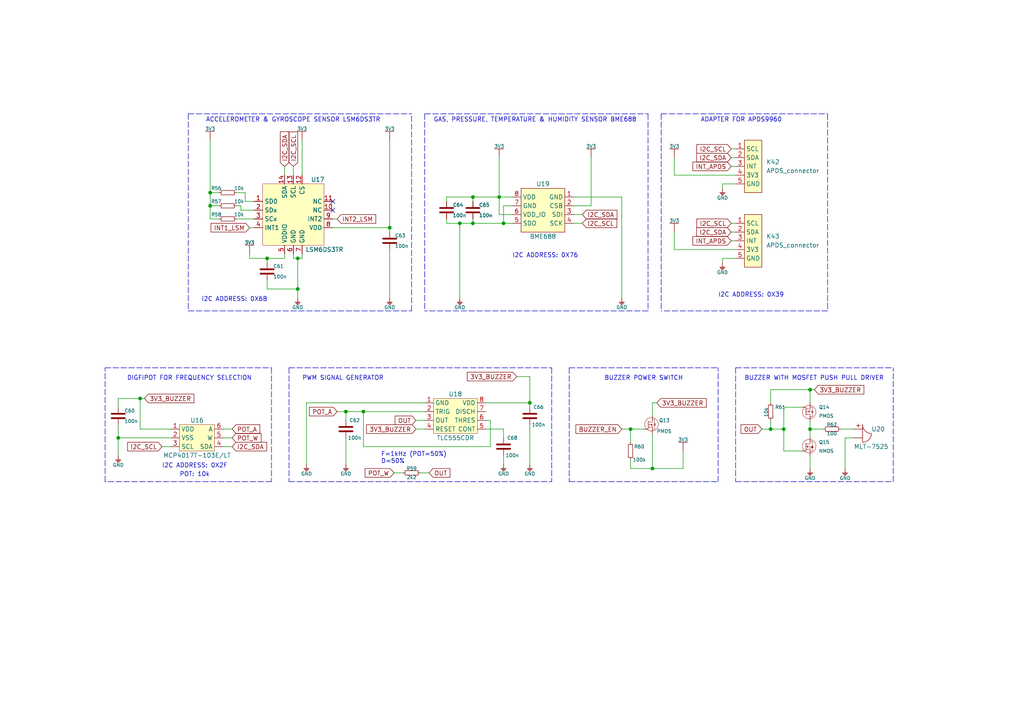
<source format=kicad_sch>
(kicad_sch (version 20211123) (generator eeschema)
  (paper "A4")
  (title_block (title "Soldered Inkplate PLUS2") (date "2023-04-13") (rev "V1.1.0.") (company "SOLDERED"))
  (lib_symbols
    (symbol "e-radionica.com schematics:0603C" (pin_numbers hide) (pin_names (offset 0.002))
      (property "Reference" "C" (at 0 3.81 0))
      (property "Value" "0603C" (at 0 -3.175 0))
      (symbol "0603C_0_1"
        (polyline (pts (xy -0.635 1.905) (xy -0.635 -1.905)) (stroke (width 0.5)))
        (polyline (pts (xy 0.635 1.905) (xy 0.635 -1.905)) (stroke (width 0.5)))
      )
      (symbol "0603C_1_1"
        (pin passive line (at -2.54 0 0) (length 1.9) (name "~") (number "1"))
        (pin passive line (at 2.54 0 180) (length 1.9) (name "~") (number "2"))
      )
    )
    (symbol "e-radionica.com schematics:0603R" (pin_numbers hide) (pin_names (offset 0.254))
      (property "Reference" "R" (at 0 1.27 0))
      (property "Value" "0603R" (at 0 -1.905 0))
      (symbol "0603R_0_1"
        (rectangle (start -1.905 0.635) (end 1.905 -0.635) (stroke (width 0.15)))
      )
      (symbol "0603R_1_1"
        (pin passive line (at -2.54 0 0) (length 0.63) (name "~") (number "1"))
        (pin passive line (at 2.54 0 180) (length 0.63) (name "~") (number "2"))
      )
    )
    (symbol "e-radionica.com schematics:3V3" (power) (pin_names (offset 0))
      (property "Value" "3V3" (at 0 3.556 0))
      (symbol "3V3_0_1"
        (polyline (pts (xy -1.27 2.54) (xy 1.27 2.54)) (stroke (width 0.16)))
        (polyline (pts (xy 0 0) (xy 0 2.54)))
      )
      (symbol "3V3_1_1"
        (pin power_in line (at 0 0 90) (length 0) hide (name "3V3") (number "1"))
      )
    )
    (symbol "e-radionica.com schematics:APDS_connector"
      (property "Reference" "K" (at 0 -8.89 0))
      (property "Value" "APDS_connector" (at 0 8.89 0))
      (symbol "APDS_connector_0_1"
        (rectangle (start -2.54 7.62) (end 2.54 -7.62) (fill (type background)))
      )
      (symbol "APDS_connector_1_1"
        (pin input line (at -5.08 5.08 0) (length 2.54) (name "SCL") (number "1"))
        (pin input line (at -5.08 2.54 0) (length 2.54) (name "SDA") (number "2"))
        (pin input line (at -5.08 0 0) (length 2.54) (name "INT") (number "3"))
        (pin input line (at -5.08 -2.54 0) (length 2.54) (name "3V3") (number "4"))
        (pin input line (at -5.08 -5.08 0) (length 2.54) (name "GND") (number "5"))
      )
    )
    (symbol "e-radionica.com schematics:BME688"
      (property "Reference" "U" (at 0 6.35 0))
      (property "Value" "BME688" (at 0 -8.89 0))
      (symbol "BME688_0_1"
        (rectangle (start -6.35 5.08) (end 6.35 -7.62) (fill (type background)))
        (rectangle (start 6.35 -7.62) (end 6.35 -7.62))
      )
      (symbol "BME688_1_1"
        (pin passive line (at 8.89 2.54 180) (length 2.54) (name "GND") (number "1"))
        (pin passive line (at 8.89 0 180) (length 2.54) (name "CSB") (number "2"))
        (pin passive line (at 8.89 -2.54 180) (length 2.54) (name "SDI") (number "3"))
        (pin passive line (at 8.89 -5.08 180) (length 2.54) (name "SCK") (number "4"))
        (pin passive line (at -8.89 -5.08 0) (length 2.54) (name "SDO") (number "5"))
        (pin passive line (at -8.89 -2.54 0) (length 2.54) (name "VDD_IO") (number "6"))
        (pin passive line (at -8.89 0 0) (length 2.54) (name "GND") (number "7"))
        (pin passive line (at -8.89 2.54 0) (length 2.54) (name "VDD") (number "8"))
      )
    )
    (symbol "e-radionica.com schematics:GND" (power) (pin_names (offset 0))
      (property "Value" "GND" (at 0 -2.921 0))
      (symbol "GND_0_1"
        (polyline (pts (xy -0.762 -1.27) (xy 0.762 -1.27)) (stroke (width 0.16)))
        (polyline (pts (xy -0.635 -1.524) (xy 0.635 -1.524)) (stroke (width 0.16)))
        (polyline (pts (xy -0.381 -1.778) (xy 0.381 -1.778)) (stroke (width 0.16)))
        (polyline (pts (xy -0.127 -2.032) (xy 0.127 -2.032)) (stroke (width 0.16)))
        (polyline (pts (xy 0 0) (xy 0 -1.27)) (stroke (width 0.16)))
      )
      (symbol "GND_1_1"
        (pin power_in line (at 0 0 270) (length 0) hide (name "GND") (number "1"))
      )
    )
    (symbol "e-radionica.com schematics:LSM6DSO32TR"
      (property "Reference" "U" (at 0 0 0))
      (property "Value" "LSM6DSO32TR" (at 0 -16.51 0))
      (symbol "LSM6DSO32TR_0_1"
        (rectangle (start -8.89 8.89) (end 8.89 -8.89) (stroke (width 0.1)) (fill (type background)))
      )
      (symbol "LSM6DSO32TR_1_1"
        (pin input line (at -11.43 3.81 0) (length 2.54) (name "SD0") (number "1"))
        (pin input line (at 11.43 1.27 180) (length 2.54) (name "NC") (number "10"))
        (pin input line (at 11.43 3.81 180) (length 2.54) (name "NC") (number "11"))
        (pin input line (at 2.54 11.43 270) (length 2.54) (name "CS") (number "12"))
        (pin input line (at 0 11.43 270) (length 2.54) (name "SCL") (number "13"))
        (pin input line (at -2.54 11.43 270) (length 2.54) (name "SDA") (number "14"))
        (pin input line (at -11.43 1.27 0) (length 2.54) (name "SDx") (number "2"))
        (pin input line (at -11.43 -1.27 0) (length 2.54) (name "SCx") (number "3"))
        (pin input line (at -11.43 -3.81 0) (length 2.54) (name "INT1") (number "4"))
        (pin input line (at -2.54 -11.43 90) (length 2.54) (name "VDDIO") (number "5"))
        (pin input line (at 0 -11.43 90) (length 2.54) (name "GND") (number "6"))
        (pin input line (at 2.54 -11.43 90) (length 2.54) (name "GND") (number "7"))
        (pin input line (at 11.43 -3.81 180) (length 2.54) (name "VDD") (number "8"))
        (pin input line (at 11.43 -1.27 180) (length 2.54) (name "INT2") (number "9"))
      )
    )
    (symbol "e-radionica.com schematics:MCP4018"
      (property "Reference" "U" (at 0 5.08 0))
      (property "Value" "MCP4018" (at 0 -5.08 0))
      (symbol "MCP4018_0_1"
        (rectangle (start -5.08 3.81) (end 5.08 -3.81) (stroke (width 0.1)) (fill (type background)))
      )
      (symbol "MCP4018_1_1"
        (pin power_in line (at -7.62 2.54 0) (length 2.54) (name "VDD") (number "1"))
        (pin power_in line (at -7.62 0 0) (length 2.54) (name "VSS") (number "2"))
        (pin bidirectional line (at -7.62 -2.54 0) (length 2.54) (name "SCL") (number "3"))
        (pin bidirectional line (at 7.62 -2.54 180) (length 2.54) (name "SDA") (number "4"))
        (pin bidirectional line (at 7.62 0 180) (length 2.54) (name "W") (number "5"))
        (pin bidirectional line (at 7.62 2.54 180) (length 2.54) (name "A") (number "6"))
      )
    )
    (symbol "e-radionica.com schematics:MLT-7525" (pin_numbers hide) (pin_names hide)
      (property "Reference" "U" (at 0 3.81 0))
      (property "Value" "MLT-7525" (at 0 -3.81 0))
      (symbol "MLT-7525_0_1"
        (arc (start 0 -2.54) (mid 1.7961 -1.7961) (end 2.54 0))
        (polyline (pts (xy -1.27 2.794) (xy -1.27 1.778)))
        (polyline (pts (xy -0.762 2.286) (xy -1.778 2.286)))
        (polyline (pts (xy 0 -2.54) (xy 0 2.54)))
        (arc (start 0 2.54) (mid -1.7809 -1.7809) (end 2.54 0))
      )
      (symbol "MLT-7525_1_1"
        (pin passive line (at -2.54 1.27 0) (length 2.54) (name "1") (number "1"))
        (pin passive line (at -2.54 -1.27 0) (length 2.54) (name "2") (number "2"))
      )
    )
    (symbol "e-radionica.com schematics:NMOS-SOT-23-3" (pin_numbers hide) (pin_names hide)
      (property "Reference" "Q" (at -1.143 2.921 0))
      (property "Value" "NMOS-SOT-23-3" (at 1.524 -3.937 0))
      (symbol "NMOS-SOT-23-3_0_1"
        (polyline (pts (xy 0 -1.27) (xy 0 1.016)) (stroke (width 0.1)))
        (polyline (pts (xy 0.254 -1.016) (xy 0.254 -0.508)) (stroke (width 0.1)))
        (polyline (pts (xy 0.254 -0.762) (xy 1.27 -0.762)) (stroke (width 0.1)))
        (polyline (pts (xy 0.254 -0.254) (xy 0.254 0.254)) (stroke (width 0.1)))
        (polyline (pts (xy 0.254 0.762) (xy 1.27 0.762)) (stroke (width 0.1)))
        (polyline (pts (xy 0.254 1.016) (xy 0.254 0.508)) (stroke (width 0.1)))
        (polyline (pts (xy 1.27 -1.27) (xy 1.27 -0.762)) (stroke (width 0.1)))
        (polyline (pts (xy 1.27 0.762) (xy 1.27 1.27)) (stroke (width 0.1)))
        (polyline (pts (xy 1.651 -0.254) (xy 1.905 0.127)) (stroke (width 0.2)))
        (polyline (pts (xy 1.651 0.127) (xy 2.159 0.127)) (stroke (width 0.0006)))
        (polyline (pts (xy 0.254 0) (xy 1.27 0) (xy 1.27 -0.762)) (stroke (width 0.1)))
        (polyline (pts (xy 1.651 -0.254) (xy 2.159 -0.254) (xy 1.905 0.127)) (stroke (width 0.2)))
        (polyline (pts (xy 0.381 0) (xy 0.635 0.254) (xy 0.635 -0.254) (xy 0.381 0)) (stroke (width 0.1)))
        (polyline (pts (xy 1.27 -1.27) (xy 1.905 -1.27) (xy 1.905 1.524) (xy 1.27 1.524)) (stroke (width 0.1)))
        (circle (center 1.016 0.127) (radius 1.9716) (stroke (width 0.1)))
      )
      (symbol "NMOS-SOT-23-3_1_1"
        (pin passive line (at -1.27 -1.27 0) (length 1.27) (name "G") (number "1"))
        (pin passive line (at 1.27 -2.54 90) (length 1.27) (name "S") (number "2"))
        (pin passive line (at 1.27 2.54 270) (length 1.27) (name "D") (number "3"))
      )
    )
    (symbol "e-radionica.com schematics:PMOS-SOT-23-3" (pin_numbers hide) (pin_names hide)
      (property "Reference" "Q" (at -1.27 2.54 0))
      (property "Value" "PMOS-SOT-23-3" (at 0.381 -4.064 0))
      (symbol "PMOS-SOT-23-3_0_1"
        (polyline (pts (xy 0 -1.27) (xy 0 1.016)) (stroke (width 0.1)))
        (polyline (pts (xy 0.254 -1.016) (xy 0.254 -0.508)) (stroke (width 0.1)))
        (polyline (pts (xy 0.254 -0.762) (xy 1.27 -0.762)) (stroke (width 0.1)))
        (polyline (pts (xy 0.254 -0.254) (xy 0.254 0.254)) (stroke (width 0.1)))
        (polyline (pts (xy 0.254 0.762) (xy 1.27 0.762)) (stroke (width 0.1)))
        (polyline (pts (xy 0.254 1.016) (xy 0.254 0.508)) (stroke (width 0.1)))
        (polyline (pts (xy 1.27 -1.27) (xy 1.27 -0.762)) (stroke (width 0.1)))
        (polyline (pts (xy 1.27 0.762) (xy 1.27 1.27)) (stroke (width 0.1)))
        (polyline (pts (xy 2.159 -0.127) (xy 1.651 -0.127)) (stroke (width 0.1)))
        (polyline (pts (xy 2.159 0.254) (xy 1.905 -0.127)) (stroke (width 0.1)))
        (polyline (pts (xy 0.254 0) (xy 1.27 0) (xy 1.27 -0.762)) (stroke (width 0.1)))
        (polyline (pts (xy 2.159 0.254) (xy 1.651 0.254) (xy 1.905 -0.127)) (stroke (width 0.1)))
        (polyline (pts (xy 1.143 0) (xy 0.889 -0.254) (xy 0.889 0.254) (xy 1.143 0)) (stroke (width 0.1)))
        (polyline (pts (xy 1.27 -1.27) (xy 1.905 -1.27) (xy 1.905 1.524) (xy 1.27 1.524)) (stroke (width 0.1)))
        (circle (center 1.016 0.127) (radius 1.9716) (stroke (width 0.1)))
      )
      (symbol "PMOS-SOT-23-3_1_1"
        (pin passive line (at -1.27 -1.27 0) (length 1.27) (name "G") (number "1"))
        (pin passive line (at 1.27 -2.54 90) (length 1.27) (name "S") (number "2"))
        (pin passive line (at 1.27 2.54 270) (length 1.27) (name "D") (number "3"))
      )
    )
    (symbol "e-radionica.com schematics:TLC555"
      (property "Reference" "U" (at 0 6.35 0))
      (property "Value" "TLC555" (at 0 -6.35 0))
      (symbol "TLC555_0_1"
        (rectangle (start -6.35 5.08) (end 6.35 -5.08) (stroke (width 0.1)) (fill (type background)))
      )
      (symbol "TLC555_1_1"
        (pin input line (at -8.89 3.81 0) (length 2.54) (name "GND") (number "1"))
        (pin input line (at -8.89 1.27 0) (length 2.54) (name "TRIG") (number "2"))
        (pin input line (at -8.89 -1.27 0) (length 2.54) (name "OUT") (number "3"))
        (pin input line (at -8.89 -3.81 0) (length 2.54) (name "RESET") (number "4"))
        (pin input line (at 8.89 -3.81 180) (length 2.54) (name "CONT") (number "5"))
        (pin input line (at 8.89 -1.27 180) (length 2.54) (name "THRES") (number "6"))
        (pin input line (at 8.89 1.27 180) (length 2.54) (name "DISCH") (number "7"))
        (pin input line (at 8.89 3.81 180) (length 2.54) (name "VDD") (number "8"))
      )
    )
  )
  (junction (at 137.16 64.77))
  (junction (at 182.88 124.46))
  (junction (at 113.03 66.04))
  (junction (at 86.36 74.93))
  (junction (at 34.29 127))
  (junction (at 105.41 119.38))
  (junction (at 144.78 57.15))
  (junction (at 77.47 74.93))
  (junction (at 227.33 124.46))
  (junction (at 60.96 59.69))
  (junction (at 234.95 113.03))
  (junction (at 86.36 83.82))
  (junction (at 60.96 55.88))
  (junction (at 40.64 115.57))
  (junction (at 100.33 119.38))
  (junction (at 133.35 64.77))
  (junction (at 137.16 57.15))
  (junction (at 146.05 64.77))
  (junction (at 153.67 116.84))
  (junction (at 234.95 124.46))
  (junction (at 223.52 124.46))
  (junction (at 189.23 135.89))
  (no_connect (at 96.52 60.96))
  (no_connect (at 96.52 58.42))
  (polyline (pts (xy 78.74 139.7) (xy 30.48 139.7)))
  (wire (pts (xy 144.78 57.15) (xy 148.59 57.15)))
  (wire (pts (xy 72.39 74.93) (xy 77.47 74.93)))
  (wire (pts (xy 86.36 83.82) (xy 86.36 74.93)))
  (wire (pts (xy 232.41 118.11) (xy 227.33 118.11)))
  (wire (pts (xy 97.79 63.5) (xy 96.52 63.5)))
  (wire (pts (xy 149.86 109.22) (xy 153.67 109.22)))
  (wire (pts (xy 60.96 59.69) (xy 63.5 59.69)))
  (wire (pts (xy 146.05 127) (xy 146.05 124.46)))
  (wire (pts (xy 243.84 124.46) (xy 247.65 124.46)))
  (wire (pts (xy 234.95 132.08) (xy 234.95 135.89)))
  (wire (pts (xy 146.05 64.77) (xy 137.16 64.77)))
  (polyline (pts (xy 78.74 106.68) (xy 78.74 139.7)))
  (wire (pts (xy 137.16 63.5) (xy 137.16 64.77)))
  (wire (pts (xy 195.58 45.72) (xy 195.58 50.8)))
  (wire (pts (xy 85.09 73.66) (xy 85.09 74.93)))
  (wire (pts (xy 97.79 119.38) (xy 100.33 119.38)))
  (wire (pts (xy 82.55 48.26) (xy 82.55 50.8)))
  (polyline (pts (xy 191.77 33.02) (xy 240.03 33.02)))
  (wire (pts (xy 60.96 59.69) (xy 60.96 63.5)))
  (wire (pts (xy 189.23 125.73) (xy 189.23 135.89)))
  (wire (pts (xy 120.65 124.46) (xy 123.19 124.46)))
  (wire (pts (xy 227.33 118.11) (xy 227.33 124.46)))
  (wire (pts (xy 129.54 63.5) (xy 129.54 64.77)))
  (wire (pts (xy 100.33 119.38) (xy 105.41 119.38)))
  (wire (pts (xy 195.58 50.8) (xy 213.36 50.8)))
  (wire (pts (xy 234.95 124.46) (xy 238.76 124.46)))
  (polyline (pts (xy 83.82 106.68) (xy 160.02 106.68)))
  (polyline (pts (xy 123.19 33.02) (xy 123.19 90.17)))
  (wire (pts (xy 142.24 129.54) (xy 105.41 129.54)))
  (wire (pts (xy 180.34 57.15) (xy 180.34 86.36)))
  (wire (pts (xy 71.12 58.42) (xy 73.66 58.42)))
  (wire (pts (xy 34.29 127) (xy 49.53 127)))
  (wire (pts (xy 137.16 64.77) (xy 133.35 64.77)))
  (wire (pts (xy 198.12 135.89) (xy 198.12 130.81)))
  (wire (pts (xy 85.09 48.26) (xy 85.09 50.8)))
  (wire (pts (xy 140.97 121.92) (xy 142.24 121.92)))
  (polyline (pts (xy 240.03 33.02) (xy 240.03 90.17)))
  (polyline (pts (xy 83.82 106.68) (xy 83.82 139.7)))
  (wire (pts (xy 195.58 67.31) (xy 195.58 72.39)))
  (wire (pts (xy 113.03 67.31) (xy 113.03 66.04)))
  (wire (pts (xy 212.09 45.72) (xy 213.36 45.72)))
  (wire (pts (xy 227.33 124.46) (xy 227.33 130.81)))
  (wire (pts (xy 86.36 74.93) (xy 87.63 74.93)))
  (wire (pts (xy 144.78 57.15) (xy 144.78 45.72)))
  (wire (pts (xy 148.59 62.23) (xy 144.78 62.23)))
  (wire (pts (xy 64.77 124.46) (xy 67.31 124.46)))
  (wire (pts (xy 129.54 64.77) (xy 133.35 64.77)))
  (wire (pts (xy 182.88 124.46) (xy 186.69 124.46)))
  (wire (pts (xy 209.55 53.34) (xy 213.36 53.34)))
  (wire (pts (xy 64.77 129.54) (xy 67.31 129.54)))
  (wire (pts (xy 113.03 72.39) (xy 113.03 86.36)))
  (wire (pts (xy 234.95 121.92) (xy 234.95 124.46)))
  (wire (pts (xy 234.95 124.46) (xy 234.95 127)))
  (polyline (pts (xy 187.96 90.17) (xy 123.19 90.17)))
  (wire (pts (xy 69.85 60.96) (xy 69.85 59.69)))
  (wire (pts (xy 212.09 64.77) (xy 213.36 64.77)))
  (polyline (pts (xy 165.1 106.68) (xy 165.1 139.7)))
  (wire (pts (xy 114.3 137.16) (xy 116.84 137.16)))
  (polyline (pts (xy 54.61 33.02) (xy 54.61 90.17)))
  (wire (pts (xy 247.65 127) (xy 245.11 127)))
  (wire (pts (xy 144.78 62.23) (xy 144.78 57.15)))
  (wire (pts (xy 234.95 113.03) (xy 234.95 116.84)))
  (wire (pts (xy 182.88 133.35) (xy 182.88 135.89)))
  (polyline (pts (xy 213.36 106.68) (xy 259.08 106.68)))
  (polyline (pts (xy 83.82 139.7) (xy 160.02 139.7)))
  (wire (pts (xy 142.24 121.92) (xy 142.24 129.54)))
  (wire (pts (xy 137.16 57.15) (xy 144.78 57.15)))
  (wire (pts (xy 60.96 55.88) (xy 60.96 59.69)))
  (wire (pts (xy 148.59 64.77) (xy 146.05 64.77)))
  (wire (pts (xy 96.52 66.04) (xy 113.03 66.04)))
  (wire (pts (xy 85.09 74.93) (xy 86.36 74.93)))
  (polyline (pts (xy 30.48 106.68) (xy 78.74 106.68)))
  (wire (pts (xy 72.39 66.04) (xy 73.66 66.04)))
  (wire (pts (xy 121.92 137.16) (xy 124.46 137.16)))
  (wire (pts (xy 82.55 74.93) (xy 82.55 73.66)))
  (polyline (pts (xy 160.02 106.68) (xy 160.02 139.7)))
  (wire (pts (xy 71.12 55.88) (xy 68.58 55.88)))
  (polyline (pts (xy 123.19 33.02) (xy 187.96 33.02)))
  (polyline (pts (xy 165.1 106.68) (xy 208.28 106.68)))
  (wire (pts (xy 100.33 121.92) (xy 100.33 119.38)))
  (wire (pts (xy 182.88 124.46) (xy 182.88 128.27)))
  (wire (pts (xy 113.03 40.64) (xy 113.03 66.04)))
  (wire (pts (xy 153.67 118.11) (xy 153.67 116.84)))
  (wire (pts (xy 189.23 120.65) (xy 189.23 116.84)))
  (wire (pts (xy 212.09 69.85) (xy 213.36 69.85)))
  (wire (pts (xy 223.52 121.92) (xy 223.52 124.46)))
  (wire (pts (xy 77.47 81.28) (xy 77.47 83.82)))
  (wire (pts (xy 88.9 116.84) (xy 88.9 134.62)))
  (wire (pts (xy 223.52 113.03) (xy 234.95 113.03)))
  (polyline (pts (xy 30.48 139.7) (xy 30.48 106.68)))
  (wire (pts (xy 40.64 124.46) (xy 49.53 124.46)))
  (wire (pts (xy 100.33 127) (xy 100.33 134.62)))
  (wire (pts (xy 166.37 62.23) (xy 168.91 62.23)))
  (wire (pts (xy 209.55 54.61) (xy 209.55 53.34)))
  (wire (pts (xy 223.52 124.46) (xy 227.33 124.46)))
  (wire (pts (xy 64.77 127) (xy 67.31 127)))
  (wire (pts (xy 77.47 83.82) (xy 86.36 83.82)))
  (wire (pts (xy 189.23 135.89) (xy 198.12 135.89)))
  (wire (pts (xy 195.58 72.39) (xy 213.36 72.39)))
  (wire (pts (xy 129.54 58.42) (xy 129.54 57.15)))
  (wire (pts (xy 223.52 116.84) (xy 223.52 113.03)))
  (polyline (pts (xy 259.08 139.7) (xy 259.08 106.68)))
  (wire (pts (xy 166.37 57.15) (xy 180.34 57.15)))
  (wire (pts (xy 146.05 132.08) (xy 146.05 134.62)))
  (wire (pts (xy 105.41 119.38) (xy 123.19 119.38)))
  (polyline (pts (xy 187.96 33.02) (xy 187.96 90.17)))
  (wire (pts (xy 68.58 63.5) (xy 73.66 63.5)))
  (wire (pts (xy 34.29 115.57) (xy 40.64 115.57)))
  (polyline (pts (xy 191.77 33.02) (xy 191.77 90.17)))
  (wire (pts (xy 245.11 127) (xy 245.11 135.89)))
  (wire (pts (xy 87.63 40.64) (xy 87.63 50.8)))
  (wire (pts (xy 209.55 76.2) (xy 209.55 74.93)))
  (wire (pts (xy 86.36 86.36) (xy 86.36 83.82)))
  (wire (pts (xy 182.88 135.89) (xy 189.23 135.89)))
  (wire (pts (xy 171.45 59.69) (xy 171.45 45.72)))
  (polyline (pts (xy 54.61 90.17) (xy 119.38 90.17)))
  (wire (pts (xy 166.37 64.77) (xy 168.91 64.77)))
  (wire (pts (xy 137.16 58.42) (xy 137.16 57.15)))
  (wire (pts (xy 69.85 59.69) (xy 68.58 59.69)))
  (wire (pts (xy 77.47 74.93) (xy 77.47 76.2)))
  (wire (pts (xy 146.05 59.69) (xy 146.05 64.77)))
  (wire (pts (xy 88.9 116.84) (xy 123.19 116.84)))
  (polyline (pts (xy 54.61 33.02) (xy 119.38 33.02)))
  (wire (pts (xy 227.33 130.81) (xy 232.41 130.81)))
  (polyline (pts (xy 240.03 90.17) (xy 191.77 90.17)))
  (wire (pts (xy 34.29 115.57) (xy 34.29 118.11)))
  (wire (pts (xy 71.12 58.42) (xy 71.12 55.88)))
  (polyline (pts (xy 208.28 139.7) (xy 208.28 106.68)))
  (wire (pts (xy 180.34 124.46) (xy 182.88 124.46)))
  (wire (pts (xy 212.09 48.26) (xy 213.36 48.26)))
  (wire (pts (xy 77.47 74.93) (xy 82.55 74.93)))
  (wire (pts (xy 212.09 67.31) (xy 213.36 67.31)))
  (wire (pts (xy 60.96 55.88) (xy 63.5 55.88)))
  (wire (pts (xy 220.98 124.46) (xy 223.52 124.46)))
  (wire (pts (xy 209.55 74.93) (xy 213.36 74.93)))
  (wire (pts (xy 212.09 43.18) (xy 213.36 43.18)))
  (wire (pts (xy 46.99 129.54) (xy 49.53 129.54)))
  (wire (pts (xy 72.39 73.66) (xy 72.39 74.93)))
  (wire (pts (xy 87.63 74.93) (xy 87.63 73.66)))
  (wire (pts (xy 166.37 59.69) (xy 171.45 59.69)))
  (wire (pts (xy 63.5 63.5) (xy 60.96 63.5)))
  (wire (pts (xy 236.22 113.03) (xy 234.95 113.03)))
  (wire (pts (xy 133.35 64.77) (xy 133.35 86.36)))
  (wire (pts (xy 189.23 116.84) (xy 190.5 116.84)))
  (wire (pts (xy 41.91 115.57) (xy 40.64 115.57)))
  (wire (pts (xy 34.29 127) (xy 34.29 132.08)))
  (wire (pts (xy 146.05 124.46) (xy 140.97 124.46)))
  (polyline (pts (xy 119.38 90.17) (xy 119.38 33.02)))
  (wire (pts (xy 148.59 59.69) (xy 146.05 59.69)))
  (wire (pts (xy 140.97 116.84) (xy 153.67 116.84)))
  (wire (pts (xy 105.41 129.54) (xy 105.41 119.38)))
  (polyline (pts (xy 213.36 106.68) (xy 213.36 139.7)))
  (wire (pts (xy 153.67 123.19) (xy 153.67 134.62)))
  (wire (pts (xy 153.67 109.22) (xy 153.67 116.84)))
  (polyline (pts (xy 213.36 139.7) (xy 259.08 139.7)))
  (wire (pts (xy 129.54 57.15) (xy 137.16 57.15)))
  (wire (pts (xy 40.64 115.57) (xy 40.64 124.46)))
  (wire (pts (xy 69.85 60.96) (xy 73.66 60.96)))
  (wire (pts (xy 120.65 121.92) (xy 123.19 121.92)))
  (polyline (pts (xy 165.1 139.7) (xy 208.28 139.7)))
  (wire (pts (xy 34.29 123.19) (xy 34.29 127)))
  (wire (pts (xy 60.96 40.64) (xy 60.96 55.88)))
  (text "BUZZER POWER SWITCH" (at 175.26 110.49 0) (effects (font (size 1.27 1.27)) (justify left bottom)))
  (text "PWM SIGNAL GENERATOR" (at 87.63 110.49 0) (effects (font (size 1.27 1.27)) (justify left bottom)))
  (text "GAS, PRESSURE, TEMPERATURE & HUMIDITY SENSOR BME688\n" (at 125.73 35.56 0) (effects (font (size 1.27 1.27)) (justify left bottom)))
  (text "BUZZER WITH MOSFET PUSH PULL DRIVER" (at 215.9 110.49 0) (effects (font (size 1.27 1.27)) (justify left bottom)))
  (text "I2C ADDRESS: 0X76" (at 148.59 74.93 0) (effects (font (size 1.27 1.27)) (justify left bottom)))
  (text "POT: 10k" (at 52.07 138.43 0) (effects (font (size 1.27 1.27)) (justify left bottom)))
  (text "ACCELEROMETER & GYROSCOPE SENSOR LSM6DS3TR" (at 59.69 35.56 0) (effects (font (size 1.27 1.27)) (justify left bottom)))
  (text "I2C ADDRESS: 0X2F" (at 46.99 135.89 0) (effects (font (size 1.27 1.27)) (justify left bottom)))
  (text "I2C ADDRESS: 0X6B" (at 58.42 87.63 0) (effects (font (size 1.27 1.27)) (justify left bottom)))
  (text "I2C ADDRESS: 0X39\n" (at 208.28 86.36 0) (effects (font (size 1.27 1.27)) (justify left bottom)))
  (text "F=1kHz (POT=50%)\nD=50%" (at 110.49 134.62 0) (effects (font (size 1.27 1.27)) (justify left bottom)))
  (text "ADAPTER FOR APDS9960" (at 203.2 35.56 0) (effects (font (size 1.27 1.27)) (justify left bottom)))
  (text "DIGFIPOT FOR FREQUENCY SELECTION" (at 36.83 110.49 0) (effects (font (size 1.27 1.27)) (justify left bottom)))
  (global_label "I2C_SDA" (shape input) (at 212.09 67.31 180) (property "Intersheet References" "${INTERSHEET_REFS}" (effects hide)))
  (global_label "POT_W" (shape input) (at 67.31 127 0) (property "Intersheet References" "${INTERSHEET_REFS}" (effects hide)))
  (global_label "I2C_SDA" (shape input) (at 67.31 129.54 0) (property "Intersheet References" "${INTERSHEET_REFS}" (effects hide)))
  (global_label "3V3_BUZZER" (shape input) (at 149.86 109.22 180) (property "Intersheet References" "${INTERSHEET_REFS}" (effects hide)))
  (global_label "I2C_SDA" (shape input) (at 168.91 62.23 0) (property "Intersheet References" "${INTERSHEET_REFS}" (effects hide)))
  (global_label "BUZZER_EN" (shape input) (at 180.34 124.46 180) (property "Intersheet References" "${INTERSHEET_REFS}" (effects hide)))
  (global_label "I2C_SDA" (shape input) (at 82.55 48.26 90) (property "Intersheet References" "${INTERSHEET_REFS}" (effects hide)))
  (global_label "I2C_SCL" (shape input) (at 85.09 48.26 90) (property "Intersheet References" "${INTERSHEET_REFS}" (effects hide)))
  (global_label "3V3_BUZZER" (shape input) (at 41.91 115.57 0) (property "Intersheet References" "${INTERSHEET_REFS}" (effects hide)))
  (global_label "POT_W" (shape input) (at 114.3 137.16 180) (property "Intersheet References" "${INTERSHEET_REFS}" (effects hide)))
  (global_label "INT_APDS" (shape input) (at 212.09 48.26 180) (property "Intersheet References" "${INTERSHEET_REFS}" (effects hide)))
  (global_label "3V3_BUZZER" (shape input) (at 190.5 116.84 0) (property "Intersheet References" "${INTERSHEET_REFS}" (effects hide)))
  (global_label "I2C_SCL" (shape input) (at 212.09 43.18 180) (property "Intersheet References" "${INTERSHEET_REFS}" (effects hide)))
  (global_label "I2C_SDA" (shape input) (at 212.09 45.72 180) (property "Intersheet References" "${INTERSHEET_REFS}" (effects hide)))
  (global_label "INT_APDS" (shape input) (at 212.09 69.85 180) (property "Intersheet References" "${INTERSHEET_REFS}" (effects hide)))
  (global_label "POT_A" (shape input) (at 67.31 124.46 0) (property "Intersheet References" "${INTERSHEET_REFS}" (effects hide)))
  (global_label "OUT" (shape input) (at 220.98 124.46 180) (property "Intersheet References" "${INTERSHEET_REFS}" (effects hide)))
  (global_label "INT2_LSM" (shape input) (at 97.79 63.5 0) (property "Intersheet References" "${INTERSHEET_REFS}" (effects hide)))
  (global_label "3V3_BUZZER" (shape input) (at 120.65 124.46 180) (property "Intersheet References" "${INTERSHEET_REFS}" (effects hide)))
  (global_label "3V3_BUZZER" (shape input) (at 236.22 113.03 0) (property "Intersheet References" "${INTERSHEET_REFS}" (effects hide)))
  (global_label "INT1_LSM" (shape input) (at 72.39 66.04 180) (property "Intersheet References" "${INTERSHEET_REFS}" (effects hide)))
  (global_label "OUT" (shape input) (at 124.46 137.16 0) (property "Intersheet References" "${INTERSHEET_REFS}" (effects hide)))
  (global_label "OUT" (shape input) (at 120.65 121.92 180) (property "Intersheet References" "${INTERSHEET_REFS}" (effects hide)))
  (global_label "I2C_SCL" (shape input) (at 212.09 64.77 180) (property "Intersheet References" "${INTERSHEET_REFS}" (effects hide)))
  (global_label "I2C_SCL" (shape input) (at 46.99 129.54 180) (property "Intersheet References" "${INTERSHEET_REFS}" (effects hide)))
  (global_label "I2C_SCL" (shape input) (at 168.91 64.77 0) (property "Intersheet References" "${INTERSHEET_REFS}" (effects hide)))
  (global_label "POT_A" (shape input) (at 97.79 119.38 180) (property "Intersheet References" "${INTERSHEET_REFS}" (effects hide)))
  (symbol (lib_id "e-radionica.com schematics:GND") (at 209.55 76.2 0) (unit 1)
    (property "Reference" "#PWR0176" (effects hide))
    (property "Value" "GND" (at 209.55 78.994 0) (effects (font (size 1 1))))
  )
  (symbol (lib_id "e-radionica.com schematics:GND") (at 86.36 86.36 0) (unit 1)
    (property "Reference" "#PWR0161" (effects hide))
    (property "Value" "GND" (at 86.36 89.154 0) (effects (font (size 1 1))))
  )
  (symbol (lib_id "e-radionica.com schematics:TLC555") (at 132.08 120.65 0) (unit 1)
    (property "Reference" "U18" (at 132.08 114.3 0))
    (property "Value" "TLC555CDR" (at 132.08 127 0))
    (property "Footprint" "e-radionica.com footprinti:SOIC−8" (effects hide))
  )
  (symbol (lib_id "e-radionica.com schematics:3V3") (at 171.45 45.72 0) (unit 1)
    (property "Reference" "#PWR0170" (effects hide))
    (property "Value" "3V3" (at 171.45 42.418 0) (effects (font (size 1 1))))
  )
  (symbol (lib_id "e-radionica.com schematics:NMOS-SOT-23-3") (at 233.68 129.54 0) (unit 1)
    (property "Reference" "Q15" (at 237.49 128.27 0) (effects (font (size 1 1)) (justify left)))
    (property "Value" "NMOS" (at 237.49 130.81 0) (effects (font (size 1 1)) (justify left)))
    (property "Footprint" "e-radionica.com footprinti:SOT-23-3" (effects hide))
  )
  (symbol (lib_id "e-radionica.com schematics:GND") (at 153.67 134.62 0) (unit 1)
    (property "Reference" "#PWR0169" (effects hide))
    (property "Value" "GND" (at 153.67 137.414 0) (effects (font (size 1 1))))
  )
  (symbol (lib_id "e-radionica.com schematics:MCP4018") (at 57.15 127 0) (unit 1)
    (property "Reference" "U16" (at 57.15 121.92 0))
    (property "Value" "MCP4017T-103E/LT" (at 57.15 132.08 0))
    (property "Footprint" "e-radionica.com footprinti:SC70-6" (effects hide))
  )
  (symbol (lib_id "e-radionica.com schematics:0603C") (at 34.29 120.65 90) (unit 1)
    (property "Reference" "C60" (at 36.068 119.126 90) (effects (font (size 1 1)) (justify right)))
    (property "Value" "100n" (at 36.068 122.174 90) (effects (font (size 1 1)) (justify right)))
    (property "Footprint" "e-radionica.com footprinti:0603C" (effects hide))
  )
  (symbol (lib_id "e-radionica.com schematics:MLT-7525") (at 250.19 125.73 0) (unit 1)
    (property "Reference" "U20" (at 252.73 124.46 0) (effects (justify left)))
    (property "Value" "MLT-7525" (at 247.65 129.54 0) (effects (justify left)))
    (property "Footprint" "e-radionica.com footprinti:MLT-7525" (effects hide))
  )
  (symbol (lib_id "e-radionica.com schematics:0603C") (at 129.54 60.96 90) (unit 1)
    (property "Reference" "C64" (at 131.318 59.436 90) (effects (font (size 1 1)) (justify right)))
    (property "Value" "100n" (at 131.318 62.484 90) (effects (font (size 1 1)) (justify right)))
    (property "Footprint" "e-radionica.com footprinti:0603C" (effects hide))
  )
  (symbol (lib_id "e-radionica.com schematics:GND") (at 245.11 135.89 0) (unit 1)
    (property "Reference" "#PWR0178" (effects hide))
    (property "Value" "GND" (at 245.11 138.684 0) (effects (font (size 1 1))))
  )
  (symbol (lib_id "e-radionica.com schematics:0603C") (at 137.16 60.96 90) (unit 1)
    (property "Reference" "C65" (at 138.938 59.436 90) (effects (font (size 1 1)) (justify right)))
    (property "Value" "100n" (at 138.938 62.484 90) (effects (font (size 1 1)) (justify right)))
    (property "Footprint" "e-radionica.com footprinti:0603C" (effects hide))
  )
  (symbol (lib_id "e-radionica.com schematics:3V3") (at 113.03 40.64 0) (unit 1)
    (property "Reference" "#PWR0165" (effects hide))
    (property "Value" "3V3" (at 113.03 37.338 0) (effects (font (size 1 1))))
  )
  (symbol (lib_id "e-radionica.com schematics:0603R") (at 119.38 137.16 0) (unit 1)
    (property "Reference" "R59" (at 119.38 135.89 0) (effects (font (size 1 1))))
    (property "Value" "2k2" (at 119.38 138.43 0) (effects (font (size 1 1))))
    (property "Footprint" "e-radionica.com footprinti:0603R" (effects hide))
  )
  (symbol (lib_id "e-radionica.com schematics:PMOS-SOT-23-3") (at 187.96 123.19 0) (unit 1)
    (property "Reference" "Q13" (at 191.135 121.92 0) (effects (font (size 1 1)) (justify left)))
    (property "Value" "PMOS" (at 190.5 125.095 0) (effects (font (size 1 1)) (justify left)))
    (property "Footprint" "e-radionica.com footprinti:SOT-23-3" (effects hide))
  )
  (symbol (lib_id "e-radionica.com schematics:0603C") (at 113.03 69.85 90) (unit 1)
    (property "Reference" "C63" (at 114.554 68.326 90) (effects (font (size 1 1)) (justify right)))
    (property "Value" "100n" (at 114.554 71.374 90) (effects (font (size 1 1)) (justify right)))
    (property "Footprint" "e-radionica.com footprinti:0603C" (effects hide))
  )
  (symbol (lib_id "e-radionica.com schematics:0603R") (at 66.04 59.69 0) (unit 1)
    (property "Reference" "R57" (at 62.738 58.42 0) (effects (font (size 1 1))))
    (property "Value" "10k" (at 69.342 58.42 0) (effects (font (size 1 1))))
    (property "Footprint" "e-radionica.com footprinti:0603R" (effects hide))
  )
  (symbol (lib_id "e-radionica.com schematics:GND") (at 34.29 132.08 0) (unit 1)
    (property "Reference" "#PWR0158" (effects hide))
    (property "Value" "GND" (at 34.29 134.874 0) (effects (font (size 1 1))))
  )
  (symbol (lib_id "e-radionica.com schematics:LSM6DSO32TR") (at 85.09 62.23 0) (unit 1)
    (property "Reference" "U17" (at 90.17 52.07 0) (effects (justify left)))
    (property "Value" " LSM6DS3TR" (at 87.63 72.39 0) (effects (justify left)))
    (property "Footprint" "e-radionica.com footprinti:LSM6DSO32TR" (effects hide))
  )
  (symbol (lib_id "e-radionica.com schematics:GND") (at 88.9 134.62 0) (unit 1)
    (property "Reference" "#PWR0163" (effects hide))
    (property "Value" "GND" (at 88.9 137.414 0) (effects (font (size 1 1))))
  )
  (symbol (lib_id "e-radionica.com schematics:GND") (at 113.03 86.36 0) (unit 1)
    (property "Reference" "#PWR0166" (effects hide))
    (property "Value" "GND" (at 113.03 89.154 0) (effects (font (size 1 1))))
  )
  (symbol (lib_id "e-radionica.com schematics:3V3") (at 195.58 45.72 0) (unit 1)
    (property "Reference" "#PWR0172" (effects hide))
    (property "Value" "3V3" (at 195.58 42.418 0) (effects (font (size 1 1))))
  )
  (symbol (lib_id "e-radionica.com schematics:3V3") (at 195.58 67.31 0) (unit 1)
    (property "Reference" "#PWR0173" (effects hide))
    (property "Value" "3V3" (at 195.58 64.008 0) (effects (font (size 1 1))))
  )
  (symbol (lib_id "e-radionica.com schematics:GND") (at 209.55 54.61 0) (unit 1)
    (property "Reference" "#PWR0175" (effects hide))
    (property "Value" "GND" (at 209.55 57.404 0) (effects (font (size 1 1))))
  )
  (symbol (lib_id "e-radionica.com schematics:3V3") (at 72.39 73.66 0) (unit 1)
    (property "Reference" "#PWR0160" (effects hide))
    (property "Value" "3V3" (at 72.39 70.358 0) (effects (font (size 1 1))))
  )
  (symbol (lib_id "e-radionica.com schematics:0603R") (at 66.04 55.88 0) (unit 1)
    (property "Reference" "R56" (at 62.738 54.61 0) (effects (font (size 1 1))))
    (property "Value" "10k" (at 69.342 54.61 0) (effects (font (size 1 1))))
    (property "Footprint" "e-radionica.com footprinti:0603R" (effects hide))
  )
  (symbol (lib_id "e-radionica.com schematics:GND") (at 146.05 134.62 0) (unit 1)
    (property "Reference" "#PWR0182" (effects hide))
    (property "Value" "GND" (at 146.05 137.414 0) (effects (font (size 1 1))))
  )
  (symbol (lib_id "e-radionica.com schematics:GND") (at 100.33 134.62 0) (unit 1)
    (property "Reference" "#PWR0164" (effects hide))
    (property "Value" "GND" (at 100.33 137.414 0) (effects (font (size 1 1))))
  )
  (symbol (lib_id "e-radionica.com schematics:0603R") (at 182.88 130.81 90) (unit 1)
    (property "Reference" "R60" (at 185.42 129.54 90) (effects (font (size 1 1))))
    (property "Value" "100k" (at 185.42 133.35 90) (effects (font (size 1 1))))
    (property "Footprint" "e-radionica.com footprinti:0603R" (effects hide))
  )
  (symbol (lib_id "e-radionica.com schematics:PMOS-SOT-23-3") (at 233.68 119.38 0) (mirror x) (unit 1)
    (property "Reference" "Q14" (at 237.49 118.11 0) (effects (font (size 1 1)) (justify left)))
    (property "Value" "PMOS" (at 237.49 120.65 0) (effects (font (size 1 1)) (justify left)))
    (property "Footprint" "e-radionica.com footprinti:SOT-23-3" (effects hide))
  )
  (symbol (lib_id "e-radionica.com schematics:GND") (at 180.34 86.36 0) (unit 1)
    (property "Reference" "#PWR0171" (effects hide))
    (property "Value" "GND" (at 180.34 89.154 0) (effects (font (size 1 1))))
  )
  (symbol (lib_id "e-radionica.com schematics:GND") (at 133.35 86.36 0) (unit 1)
    (property "Reference" "#PWR0167" (effects hide))
    (property "Value" "GND" (at 133.35 89.154 0) (effects (font (size 1 1))))
  )
  (symbol (lib_id "e-radionica.com schematics:0603R") (at 223.52 119.38 90) (unit 1)
    (property "Reference" "R61" (at 224.79 118.11 90) (effects (font (size 1 1)) (justify right)))
    (property "Value" "10k" (at 222.25 118.11 0) (effects (font (size 1 1)) (justify right)))
    (property "Footprint" "e-radionica.com footprinti:0603R" (effects hide))
  )
  (symbol (lib_id "e-radionica.com schematics:BME688") (at 157.48 59.69 0) (unit 1)
    (property "Reference" "U19" (at 157.48 53.34 0))
    (property "Value" "BME688" (at 157.48 68.58 0))
    (property "Footprint" "e-radionica.com footprinti:BME688" (effects hide))
  )
  (symbol (lib_id "e-radionica.com schematics:0603R") (at 241.3 124.46 0) (unit 1)
    (property "Reference" "R62" (at 241.3 123.19 0) (effects (font (size 1 1))))
    (property "Value" "100" (at 241.3 125.73 0) (effects (font (size 1 1))))
    (property "Footprint" "e-radionica.com footprinti:0603R" (effects hide))
  )
  (symbol (lib_id "e-radionica.com schematics:3V3") (at 87.63 40.64 0) (unit 1)
    (property "Reference" "#PWR0162" (effects hide))
    (property "Value" "3V3" (at 87.63 37.338 0) (effects (font (size 1 1))))
  )
  (symbol (lib_id "e-radionica.com schematics:APDS_connector") (at 218.44 69.85 0) (unit 1)
    (property "Reference" "K43" (at 222.25 68.5799 0) (effects (justify left)))
    (property "Value" "APDS_connector" (at 222.25 71.1199 0) (effects (justify left)))
    (property "Footprint" "e-radionica.com footprinti:APDS_connector" (effects hide))
  )
  (symbol (lib_id "e-radionica.com schematics:0603C") (at 77.47 78.74 90) (unit 1)
    (property "Reference" "C61" (at 79.248 77.216 90) (effects (font (size 1 1)) (justify right)))
    (property "Value" "100n" (at 79.248 80.264 90) (effects (font (size 1 1)) (justify right)))
    (property "Footprint" "e-radionica.com footprinti:0603C" (effects hide))
  )
  (symbol (lib_id "e-radionica.com schematics:0603C") (at 146.05 129.54 90) (unit 1)
    (property "Reference" "C68" (at 148.59 127 90) (effects (font (size 1 1))))
    (property "Value" "100n" (at 148.59 132.08 90) (effects (font (size 1 1))))
    (property "Footprint" "e-radionica.com footprinti:0603C" (effects hide))
  )
  (symbol (lib_id "e-radionica.com schematics:APDS_connector") (at 218.44 48.26 0) (unit 1)
    (property "Reference" "K42" (at 222.25 46.9899 0) (effects (justify left)))
    (property "Value" "APDS_connector" (at 222.25 49.5299 0) (effects (justify left)))
    (property "Footprint" "e-radionica.com footprinti:APDS_connector" (effects hide))
  )
  (symbol (lib_id "e-radionica.com schematics:0603C") (at 153.67 120.65 90) (unit 1)
    (property "Reference" "C66" (at 156.21 118.11 90) (effects (font (size 1 1))))
    (property "Value" "100n" (at 156.21 123.19 90) (effects (font (size 1 1))))
    (property "Footprint" "e-radionica.com footprinti:0603C" (effects hide))
  )
  (symbol (lib_id "e-radionica.com schematics:0603R") (at 66.04 63.5 0) (unit 1)
    (property "Reference" "R58" (at 62.738 62.23 0) (effects (font (size 1 1))))
    (property "Value" "10k" (at 69.342 62.23 0) (effects (font (size 1 1))))
    (property "Footprint" "e-radionica.com footprinti:0603R" (effects hide))
  )
  (symbol (lib_id "e-radionica.com schematics:3V3") (at 60.96 40.64 0) (unit 1)
    (property "Reference" "#PWR0159" (effects hide))
    (property "Value" "3V3" (at 60.96 37.338 0) (effects (font (size 1 1))))
  )
  (symbol (lib_id "e-radionica.com schematics:3V3") (at 144.78 45.72 0) (unit 1)
    (property "Reference" "#PWR0168" (effects hide))
    (property "Value" "3V3" (at 144.78 42.418 0) (effects (font (size 1 1))))
  )
  (symbol (lib_id "e-radionica.com schematics:3V3") (at 198.12 130.81 0) (unit 1)
    (property "Reference" "#PWR0174" (effects hide))
    (property "Value" "3V3" (at 198.12 127.508 0) (effects (font (size 1 1))))
  )
  (symbol (lib_id "e-radionica.com schematics:0603C") (at 100.33 124.46 90) (unit 1)
    (property "Reference" "C62" (at 102.87 121.92 90) (effects (font (size 1 1))))
    (property "Value" "100n" (at 102.87 127 90) (effects (font (size 1 1))))
    (property "Footprint" "e-radionica.com footprinti:0603C" (effects hide))
  )
  (symbol (lib_id "e-radionica.com schematics:GND") (at 234.95 135.89 0) (unit 1)
    (property "Reference" "#PWR0177" (effects hide))
    (property "Value" "GND" (at 234.95 138.684 0) (effects (font (size 1 1))))
  )
)
</source>
